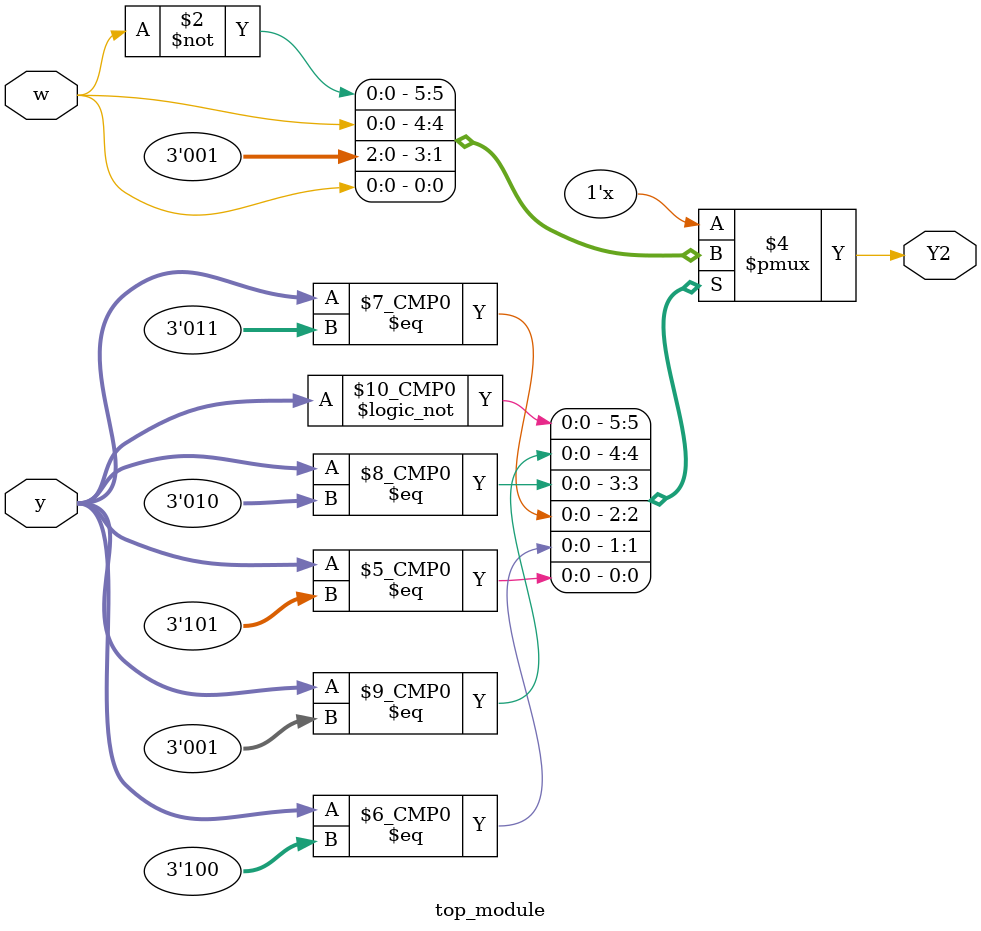
<source format=sv>
module top_module(
    input [3:1] y,
    input w,
    output reg Y2
);

always @(*) begin
    case (y)
        3'b000: Y2 = ~w;
        3'b001: Y2 = w;
        3'b010: Y2 = 1'b0;
        3'b011: Y2 = 1'b0;
        3'b100: Y2 = 1'b1;
        3'b101: Y2 = w;
        default: Y2 = 1'bx;
    endcase
end

endmodule

</source>
